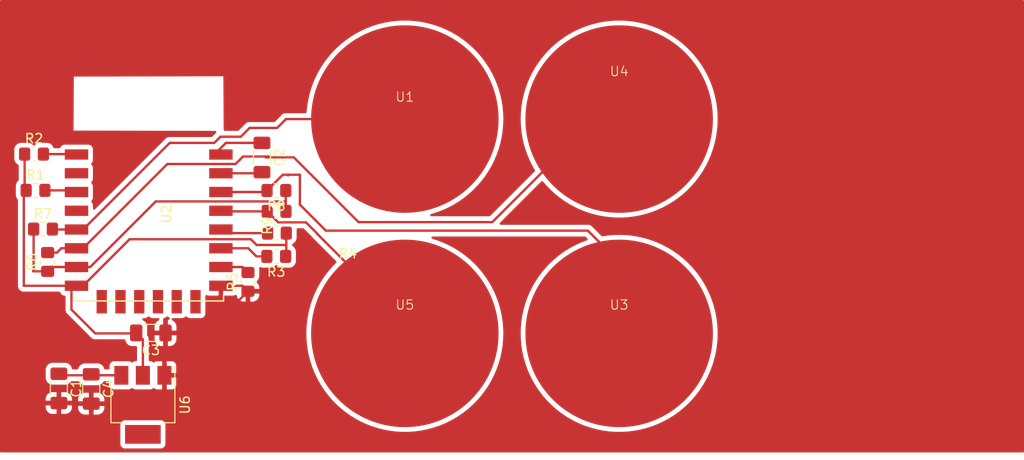
<source format=kicad_pcb>
(kicad_pcb (version 20221018) (generator pcbnew)
  (layers (0 "F.Cu" signal) (31 "B.Cu" signal) (34 "B.Paste" user) (35 "F.Paste" user) (36 "B.SilkS" user "B.Silkscreen") (37 "F.SilkS" user "F.Silkscreen") (38 "B.Mask" user) (39 "F.Mask" user) (44 "Edge.Cuts" user))
  (net 0 "")
  (net 1 "Net-(U2-CH_PD)")
  (net 10 "Net-(U2-TXD)")
  (net 11 "Net-(U2-RXD)")
  (net 12 "Net-(U2-REST)")
  (net 13 "Net-(U2-GPIO2)")
  (net 14 "Net-(U2-GPIO0)")
  (net 15 "Net-(U2-GPIO15)")
  (net 16 "Net-(U2-GPIO13)")
  (net 17 "Net-(U1-Sen)")
  (net 18 "Net-(U2-GPIO12)")
  (net 19 "Net-(U2-GPIO5)")
  (net 20 "Net-(U2-GPIO4)")
  (net 21 "GND")
  (net 22 "Net-(U6-VI)")
  (net 23 "+3.3V")
  (footprint "Capacitor_SMD:C_1206_3216Metric_Pad1.33x1.80mm_HandSolder" (layer "F.Cu") (at 128.197065 112.545846 -90)
    (fp_text reference "C1" (at 0 -1.85 90) (layer "F.SilkS"))
    (fp_text value "C")
    (fp_line (start -0.711252 -0.91) (end 0.711252 -0.91) (stroke (width 0.12)) (layer "F.SilkS"))
    (fp_line (start -0.711252 0.91) (end 0.711252 0.91) (stroke (width 0.12)) (layer "F.SilkS"))
    (pad "1" smd roundrect (at -1.5625 0 270) (size 1.325 1.8) (layers "F.Cu" "F.Paste" "F.Mask") (roundrect_rratio 0.188679) (net 22 "Net-(U6-VI)"))
    (pad "2" smd roundrect (at 1.5625 0 270) (size 1.325 1.8) (layers "F.Cu" "F.Paste" "F.Mask") (roundrect_rratio 0.188679) (net 21 "GND"))
  )
  (footprint "cap_sen:cap_sensor" (layer "F.Cu") (at 187.96 81.28)
    (fp_text reference "U4" (at 0 -2.54 unlocked) (layer "F.SilkS") (effects (font (thickness 0.1))))
    (fp_text value "~")
    (pad "0" smd circle (at 0 2.54) (size 20 20) (layers "F.Cu" "F.Paste" "F.Mask") (net 18 "Net-(U2-GPIO12)"))
  )
  (footprint "Capacitor_SMD:C_1206_3216Metric_Pad1.33x1.80mm_HandSolder" (layer "F.Cu") (at 131.651186 112.608072 -90)
    (fp_text reference "C4" (at 0 -1.85 90) (layer "F.SilkS"))
    (fp_text value "C")
    (fp_line (start -0.711252 -0.91) (end 0.711252 -0.91) (stroke (width 0.12)) (layer "F.SilkS"))
    (fp_line (start -0.711252 0.91) (end 0.711252 0.91) (stroke (width 0.12)) (layer "F.SilkS"))
    (pad "1" smd roundrect (at -1.5625 0 270) (size 1.325 1.8) (layers "F.Cu" "F.Paste" "F.Mask") (roundrect_rratio 0.188679) (net 22 "Net-(U6-VI)"))
    (pad "2" smd roundrect (at 1.5625 0 270) (size 1.325 1.8) (layers "F.Cu" "F.Paste" "F.Mask") (roundrect_rratio 0.188679) (net 21 "GND"))
  )
  (footprint "Capacitor_SMD:C_1206_3216Metric_Pad1.33x1.80mm_HandSolder" (layer "F.Cu") (at 138.012418 106.628443 180)
    (fp_text reference "C3" (at 0 -1.85) (layer "F.SilkS"))
    (fp_text value "C")
    (fp_line (start -0.711252 -0.91) (end 0.711252 -0.91) (stroke (width 0.12)) (layer "F.SilkS"))
    (fp_line (start -0.711252 0.91) (end 0.711252 0.91) (stroke (width 0.12)) (layer "F.SilkS"))
    (pad "1" smd roundrect (at -1.5625 0 180) (size 1.325 1.8) (layers "F.Cu" "F.Paste" "F.Mask") (roundrect_rratio 0.188679) (net 21 "GND"))
    (pad "2" smd roundrect (at 1.5625 0 180) (size 1.325 1.8) (layers "F.Cu" "F.Paste" "F.Mask") (roundrect_rratio 0.188679) (net 23 "+3.3V"))
  )
  (footprint "Capacitor_SMD:C_1206_3216Metric_Pad1.33x1.80mm_HandSolder" (layer "F.Cu") (at 149.86 87.9225 -90)
    (fp_text reference "C2" (at 0 -1.85 90) (layer "F.SilkS"))
    (fp_text value "C")
    (fp_line (start -0.711252 -0.91) (end 0.711252 -0.91) (stroke (width 0.12)) (layer "F.SilkS"))
    (fp_line (start -0.711252 0.91) (end 0.711252 0.91) (stroke (width 0.12)) (layer "F.SilkS"))
    (pad "1" smd roundrect (at -1.5625 0 270) (size 1.325 1.8) (layers "F.Cu" "F.Paste" "F.Mask") (roundrect_rratio 0.188679) (net 10 "Net-(U2-TXD)"))
    (pad "2" smd roundrect (at 1.5625 0 270) (size 1.325 1.8) (layers "F.Cu" "F.Paste" "F.Mask") (roundrect_rratio 0.188679) (net 11 "Net-(U2-RXD)"))
  )
  (footprint "Resistor_SMD:R_0805_2012Metric_Pad1.20x1.40mm_HandSolder" (layer "F.Cu") (at 127 99.06 90)
    (fp_text reference "R6" (at 0 -1.65 90) (layer "F.SilkS"))
    (fp_text value "R")
    (fp_line (start -0.227064 -0.735) (end 0.227064 -0.735) (stroke (width 0.12)) (layer "F.SilkS"))
    (fp_line (start -0.227064 0.735) (end 0.227064 0.735) (stroke (width 0.12)) (layer "F.SilkS"))
    (pad "1" smd roundrect (at -1 0 90) (size 1.2 1.4) (layers "F.Cu" "F.Paste" "F.Mask") (roundrect_rratio 0.208333) (net 16 "Net-(U2-GPIO13)"))
    (pad "2" smd roundrect (at 1 0 90) (size 1.2 1.4) (layers "F.Cu" "F.Paste" "F.Mask") (roundrect_rratio 0.208333) (net 18 "Net-(U2-GPIO12)"))
  )
  (footprint "Package_TO_SOT_SMD:SOT-223-3_TabPin2" (layer "F.Cu") (at 137.16 114.3 -90)
    (fp_text reference "U6" (at 0 -4.5 90) (layer "F.SilkS"))
    (fp_text value "LM1117MP-3.3")
    (fp_line (start -4.1 -3.41) (end 1.91 -3.41) (stroke (width 0.12)) (layer "F.SilkS"))
    (fp_line (start -1.85 3.41) (end 1.91 3.41) (stroke (width 0.12)) (layer "F.SilkS"))
    (fp_line (start 1.91 -3.41) (end 1.91 -2.15) (stroke (width 0.12)) (layer "F.SilkS"))
    (fp_line (start 1.91 3.41) (end 1.91 2.15) (stroke (width 0.12)) (layer "F.SilkS"))
    (pad "1" smd rect (at -3.15 -2.3 270) (size 2 1.5) (layers "F.Cu" "F.Paste" "F.Mask") (net 21 "GND"))
    (pad "2" smd rect (at -3.15 0 270) (size 2 1.5) (layers "F.Cu" "F.Paste" "F.Mask") (net 23 "+3.3V"))
    (pad "2" smd rect (at 3.15 0 270) (size 2 3.8) (layers "F.Cu" "F.Paste" "F.Mask") (net 23 "+3.3V"))
    (pad "3" smd rect (at -3.15 2.3 270) (size 2 1.5) (layers "F.Cu" "F.Paste" "F.Mask") (net 22 "Net-(U6-VI)"))
  )
  (footprint "Resistor_SMD:R_0805_2012Metric_Pad1.20x1.40mm_HandSolder" (layer "F.Cu") (at 151.42175 93.665956 180)
    (fp_text reference "R9" (at 1.001316 -1.512717 90) (layer "F.SilkS"))
    (fp_text value "R")
    (fp_line (start -0.227064 -0.735) (end 0.227064 -0.735) (stroke (width 0.12)) (layer "F.SilkS"))
    (fp_line (start -0.227064 0.735) (end 0.227064 0.735) (stroke (width 0.12)) (layer "F.SilkS"))
    (pad "1" smd roundrect (at -1 0 180) (size 1.2 1.4) (layers "F.Cu" "F.Paste" "F.Mask") (roundrect_rratio 0.208333) (net 16 "Net-(U2-GPIO13)"))
    (pad "2" smd roundrect (at 1 0 180) (size 1.2 1.4) (layers "F.Cu" "F.Paste" "F.Mask") (roundrect_rratio 0.208333) (net 20 "Net-(U2-GPIO4)"))
  )
  (footprint "Resistor_SMD:R_0805_2012Metric_Pad1.20x1.40mm_HandSolder" (layer "F.Cu") (at 125.708436 91.425624)
    (fp_text reference "R1" (at 0 -1.65) (layer "F.SilkS"))
    (fp_text value "R")
    (fp_line (start -0.227064 -0.735) (end 0.227064 -0.735) (stroke (width 0.12)) (layer "F.SilkS"))
    (fp_line (start -0.227064 0.735) (end 0.227064 0.735) (stroke (width 0.12)) (layer "F.SilkS"))
    (pad "1" smd roundrect (at -1 0) (size 1.2 1.4) (layers "F.Cu" "F.Paste" "F.Mask") (roundrect_rratio 0.208333) (net 23 "+3.3V"))
    (pad "2" smd roundrect (at 1 0) (size 1.2 1.4) (layers "F.Cu" "F.Paste" "F.Mask") (roundrect_rratio 0.208333) (net 1 "Net-(U2-CH_PD)"))
  )
  (footprint "cap_sen:cap_sensor" (layer "F.Cu") (at 165.1 81.28)
    (fp_text reference "U1" (at 0 0.18 unlocked) (layer "F.SilkS") (effects (font (thickness 0.1))))
    (fp_text value "~")
    (pad "0" smd circle (at 0 2.54) (size 20 20) (layers "F.Cu" "F.Paste" "F.Mask") (net 17 "Net-(U1-Sen)"))
  )
  (footprint "Resistor_SMD:R_0805_2012Metric_Pad1.20x1.40mm_HandSolder" (layer "F.Cu") (at 151.456399 95.987009 180)
    (fp_text reference "R4" (at -7.563601 -2.182991) (layer "F.SilkS"))
    (fp_text value "R")
    (fp_line (start -0.227064 -0.735) (end 0.227064 -0.735) (stroke (width 0.12)) (layer "F.SilkS"))
    (fp_line (start -0.227064 0.735) (end 0.227064 0.735) (stroke (width 0.12)) (layer "F.SilkS"))
    (pad "1" smd roundrect (at -1 0 180) (size 1.2 1.4) (layers "F.Cu" "F.Paste" "F.Mask") (roundrect_rratio 0.208333) (net 23 "+3.3V"))
    (pad "2" smd roundrect (at 1 0 180) (size 1.2 1.4) (layers "F.Cu" "F.Paste" "F.Mask") (roundrect_rratio 0.208333) (net 14 "Net-(U2-GPIO0)"))
  )
  (footprint "Resistor_SMD:R_0805_2012Metric_Pad1.20x1.40mm_HandSolder" (layer "F.Cu") (at 148.369398 101.183484 90)
    (fp_text reference "R5" (at 0 -1.65 90) (layer "F.SilkS"))
    (fp_text value "R")
    (fp_line (start -0.227064 -0.735) (end 0.227064 -0.735) (stroke (width 0.12)) (layer "F.SilkS"))
    (fp_line (start -0.227064 0.735) (end 0.227064 0.735) (stroke (width 0.12)) (layer "F.SilkS"))
    (pad "1" smd roundrect (at -1 0 90) (size 1.2 1.4) (layers "F.Cu" "F.Paste" "F.Mask") (roundrect_rratio 0.208333) (net 21 "GND"))
    (pad "2" smd roundrect (at 1 0 90) (size 1.2 1.4) (layers "F.Cu" "F.Paste" "F.Mask") (roundrect_rratio 0.208333) (net 15 "Net-(U2-GPIO15)"))
  )
  (footprint "Resistor_SMD:R_0805_2012Metric_Pad1.20x1.40mm_HandSolder" (layer "F.Cu") (at 126.505707 95.553894)
    (fp_text reference "R7" (at 0 -1.65) (layer "F.SilkS"))
    (fp_text value "R")
    (fp_line (start -0.227064 -0.735) (end 0.227064 -0.735) (stroke (width 0.12)) (layer "F.SilkS"))
    (fp_line (start -0.227064 0.735) (end 0.227064 0.735) (stroke (width 0.12)) (layer "F.SilkS"))
    (pad "1" smd roundrect (at -1 0) (size 1.2 1.4) (layers "F.Cu" "F.Paste" "F.Mask") (roundrect_rratio 0.208333) (net 16 "Net-(U2-GPIO13)"))
    (pad "2" smd roundrect (at 1 0) (size 1.2 1.4) (layers "F.Cu" "F.Paste" "F.Mask") (roundrect_rratio 0.208333) (net 17 "Net-(U1-Sen)"))
  )
  (footprint "Resistor_SMD:R_0805_2012Metric_Pad1.20x1.40mm_HandSolder" (layer "F.Cu") (at 151.4 91.44 180)
    (fp_text reference "R8" (at 0 -1.65) (layer "F.SilkS"))
    (fp_text value "R" hide)
    (fp_line (start -0.227064 -0.735) (end 0.227064 -0.735) (stroke (width 0.12)) (layer "F.SilkS"))
    (fp_line (start -0.227064 0.735) (end 0.227064 0.735) (stroke (width 0.12)) (layer "F.SilkS"))
    (pad "1" smd roundrect (at -1 0 180) (size 1.2 1.4) (layers "F.Cu" "F.Paste" "F.Mask") (roundrect_rratio 0.208333) (net 16 "Net-(U2-GPIO13)"))
    (pad "2" smd roundrect (at 1 0 180) (size 1.2 1.4) (layers "F.Cu" "F.Paste" "F.Mask") (roundrect_rratio 0.208333) (net 19 "Net-(U2-GPIO5)"))
  )
  (footprint "Resistor_SMD:R_0805_2012Metric_Pad1.20x1.40mm_HandSolder" (layer "F.Cu") (at 125.547731 87.557569)
    (fp_text reference "R2" (at 0 -1.65) (layer "F.SilkS"))
    (fp_text value "R")
    (fp_line (start -0.227064 -0.735) (end 0.227064 -0.735) (stroke (width 0.12)) (layer "F.SilkS"))
    (fp_line (start -0.227064 0.735) (end 0.227064 0.735) (stroke (width 0.12)) (layer "F.SilkS"))
    (pad "1" smd roundrect (at -1 0) (size 1.2 1.4) (layers "F.Cu" "F.Paste" "F.Mask") (roundrect_rratio 0.208333) (net 23 "+3.3V"))
    (pad "2" smd roundrect (at 1 0) (size 1.2 1.4) (layers "F.Cu" "F.Paste" "F.Mask") (roundrect_rratio 0.208333) (net 12 "Net-(U2-REST)"))
  )
  (footprint "ESP8266:ESP-12E_SMD" (layer "F.Cu") (at 130.78 87.6)
    (fp_text reference "U2" (at 8.89 6.35 90) (layer "F.SilkS"))
    (fp_text value "ESP-12E" hide)
    (fp_line (start -1.016 14.859) (end -1.016 15.621) (stroke (width 0.1524)) (layer "F.SilkS"))
    (fp_line (start -1.016 15.621) (end 14.986 15.621) (stroke (width 0.1524)) (layer "F.SilkS"))
    (fp_line (start 14.986 15.621) (end 14.986 14.859) (stroke (width 0.1524)) (layer "F.SilkS"))
    (pad "1" smd rect (at 0 0) (size 2.5 1.1) (drill (offset -0.7 0)) (layers "F.Cu" "F.Paste" "F.Mask") (net 12 "Net-(U2-REST)"))
    (pad "2" smd rect (at 0 2) (size 2.5 1.1) (drill (offset -0.7 0)) (layers "F.Cu" "F.Paste" "F.Mask"))
    (pad "3" smd rect (at 0 4) (size 2.5 1.1) (drill (offset -0.7 0)) (layers "F.Cu" "F.Paste" "F.Mask") (net 1 "Net-(U2-CH_PD)"))
    (pad "4" smd rect (at 0 6) (size 2.5 1.1) (drill (offset -0.7 0)) (layers "F.Cu" "F.Paste" "F.Mask"))
    (pad "5" smd rect (at 0 8) (size 2.5 1.1) (drill (offset -0.7 0)) (layers "F.Cu" "F.Paste" "F.Mask") (net 17 "Net-(U1-Sen)"))
    (pad "6" smd rect (at 0 10) (size 2.5 1.1) (drill (offset -0.7 0)) (layers "F.Cu" "F.Paste" "F.Mask") (net 18 "Net-(U2-GPIO12)"))
    (pad "7" smd rect (at 0 12) (size 2.5 1.1) (drill (offset -0.7 0)) (layers "F.Cu" "F.Paste" "F.Mask") (net 16 "Net-(U2-GPIO13)"))
    (pad "8" smd rect (at 0 14) (size 2.5 1.1) (drill (offset -0.7 0)) (layers "F.Cu" "F.Paste" "F.Mask") (net 23 "+3.3V"))
    (pad "9" smd rect (at 14 14) (size 2.5 1.1) (drill (offset 0.7 0)) (layers "F.Cu" "F.Paste" "F.Mask") (net 21 "GND"))
    (pad "10" smd rect (at 14 12) (size 2.5 1.1) (drill (offset 0.7 0)) (layers "F.Cu" "F.Paste" "F.Mask") (net 15 "Net-(U2-GPIO15)"))
    (pad "11" smd rect (at 14 10) (size 2.5 1.1) (drill (offset 0.7 0)) (layers "F.Cu" "F.Paste" "F.Mask") (net 13 "Net-(U2-GPIO2)"))
    (pad "12" smd rect (at 14 8) (size 2.5 1.1) (drill (offset 0.7 0)) (layers "F.Cu" "F.Paste" "F.Mask") (net 14 "Net-(U2-GPIO0)"))
    (pad "13" smd rect (at 14 6) (size 2.5 1.1) (drill (offset 0.7 0)) (layers "F.Cu" "F.Paste" "F.Mask") (net 20 "Net-(U2-GPIO4)"))
    (pad "14" smd rect (at 14 4) (size 2.5 1.1) (drill (offset 0.7 0)) (layers "F.Cu" "F.Paste" "F.Mask") (net 19 "Net-(U2-GPIO5)"))
    (pad "15" smd rect (at 14 2) (size 2.5 1.1) (drill (offset 0.7 0)) (layers "F.Cu" "F.Paste" "F.Mask") (net 11 "Net-(U2-RXD)"))
    (pad "16" smd rect (at 14 0) (size 2.5 1.1) (drill (offset 0.7 0)) (layers "F.Cu" "F.Paste" "F.Mask") (net 10 "Net-(U2-TXD)"))
    (pad "17" smd rect (at 1.99 15 90) (size 2.5 1.1) (drill (offset -0.7 0)) (layers "F.Cu" "F.Paste" "F.Mask"))
    (pad "18" smd rect (at 3.99 15 90) (size 2.5 1.1) (drill (offset -0.7 0)) (layers "F.Cu" "F.Paste" "F.Mask"))
    (pad "19" smd rect (at 5.99 15 90) (size 2.5 1.1) (drill (offset -0.7 0)) (layers "F.Cu" "F.Paste" "F.Mask"))
    (pad "20" smd rect (at 7.99 15 90) (size 2.5 1.1) (drill (offset -0.7 0)) (layers "F.Cu" "F.Paste" "F.Mask"))
    (pad "21" smd rect (at 9.99 15 90) (size 2.5 1.1) (drill (offset -0.7 0)) (layers "F.Cu" "F.Paste" "F.Mask"))
    (pad "22" smd rect (at 11.99 15 90) (size 2.5 1.1) (drill (offset -0.7 0)) (layers "F.Cu" "F.Paste" "F.Mask"))
  )
  (footprint "cap_sen:cap_sensor" (layer "F.Cu") (at 187.96 104.14)
    (fp_text reference "U3" (at 0 -0.5 unlocked) (layer "F.SilkS") (effects (font (thickness 0.1))))
    (fp_text value "~")
    (pad "0" smd circle (at 0 2.54) (size 20 20) (layers "F.Cu" "F.Paste" "F.Mask") (net 19 "Net-(U2-GPIO5)"))
  )
  (footprint "cap_sen:cap_sensor" (layer "F.Cu") (at 165.1 104.14)
    (fp_text reference "U5" (at 0 -0.5 unlocked) (layer "F.SilkS") (effects (font (thickness 0.1))))
    (fp_text value "~")
    (pad "0" smd circle (at 0 2.54) (size 20 20) (layers "F.Cu" "F.Paste" "F.Mask") (net 20 "Net-(U2-GPIO4)"))
  )
  (footprint "Resistor_SMD:R_0805_2012Metric_Pad1.20x1.40mm_HandSolder" (layer "F.Cu") (at 151.383417 98.468403 180)
    (fp_text reference "R3" (at 0 -1.65) (layer "F.SilkS"))
    (fp_text value "R")
    (fp_line (start -0.227064 -0.735) (end 0.227064 -0.735) (stroke (width 0.12)) (layer "F.SilkS"))
    (fp_line (start -0.227064 0.735) (end 0.227064 0.735) (stroke (width 0.12)) (layer "F.SilkS"))
    (pad "1" smd roundrect (at -1 0 180) (size 1.2 1.4) (layers "F.Cu" "F.Paste" "F.Mask") (roundrect_rratio 0.208333) (net 23 "+3.3V"))
    (pad "2" smd roundrect (at 1 0 180) (size 1.2 1.4) (layers "F.Cu" "F.Paste" "F.Mask") (roundrect_rratio 0.208333) (net 13 "Net-(U2-GPIO2)"))
  )
  (segment (start 130.605624 91.425624) (end 130.78 91.6) (width 0.25) (layer "F.Cu") (net 1))
  (segment (start 126.708436 91.425624) (end 130.605624 91.425624) (width 0.25) (layer "F.Cu") (net 1))
  (segment (start 144.78 87.6) (end 146.02 86.36) (width 0.25) (layer "F.Cu") (net 10))
  (segment (start 146.02 86.36) (end 149.86 86.36) (width 0.25) (layer "F.Cu") (net 10))
  (segment (start 149.86 89.485) (end 149.745 89.6) (width 0.25) (layer "F.Cu") (net 11))
  (segment (start 149.745 89.6) (end 144.78 89.6) (width 0.25) (layer "F.Cu") (net 11))
  (segment (start 130.737569 87.557569) (end 130.78 87.6) (width 0.25) (layer "F.Cu") (net 12))
  (segment (start 126.547731 87.557569) (end 130.737569 87.557569) (width 0.25) (layer "F.Cu") (net 12))
  (segment (start 148.4 97.6) (end 144.78 97.6) (width 0.25) (layer "F.Cu") (net 13))
  (segment (start 150.383417 98.468403) (end 149.268403 98.468403) (width 0.25) (layer "F.Cu") (net 13))
  (segment (start 149.268403 98.468403) (end 148.4 97.6) (width 0.25) (layer "F.Cu") (net 13))
  (segment (start 150.456399 95.987009) (end 145.167009 95.987009) (width 0.25) (layer "F.Cu") (net 14))
  (segment (start 145.167009 95.987009) (end 144.78 95.6) (width 0.25) (layer "F.Cu") (net 14))
  (segment (start 147.785914 99.6) (end 144.78 99.6) (width 0.25) (layer "F.Cu") (net 15))
  (segment (start 148.369398 100.183484) (end 147.785914 99.6) (width 0.25) (layer "F.Cu") (net 15))
  (segment (start 152.4 93.98) (end 152.4 92.605329) (width 0.25) (layer "F.Cu") (net 16))
  (segment (start 152.4 92.605329) (end 152.4 91.44) (width 0.25) (layer "F.Cu") (net 16))
  (segment (start 125.46 100.06) (end 127 100.06) (width 0.25) (layer "F.Cu") (net 16))
  (segment (start 138.534671 92.605329) (end 152.4 92.605329) (width 0.25) (layer "F.Cu") (net 16))
  (segment (start 130.78 99.6) (end 131.54 99.6) (width 0.25) (layer "F.Cu") (net 16))
  (segment (start 131.54 99.6) (end 138.534671 92.605329) (width 0.25) (layer "F.Cu") (net 16))
  (segment (start 127.46 99.6) (end 130.78 99.6) (width 0.25) (layer "F.Cu") (net 16))
  (segment (start 127 100.06) (end 127.46 99.6) (width 0.25) (layer "F.Cu") (net 16))
  (segment (start 125.505707 100.014293) (end 125.505707 95.553894) (width 0.25) (layer "F.Cu") (net 16))
  (segment (start 125.46 100.06) (end 125.505707 100.014293) (width 0.25) (layer "F.Cu") (net 16))
  (segment (start 147.606524 85.702736) (end 145.437264 85.702736) (width 0.25) (layer "F.Cu") (net 17))
  (segment (start 151.479685 84.763788) (end 148.545472 84.763788) (width 0.25) (layer "F.Cu") (net 17))
  (segment (start 127.505707 95.553894) (end 127.551813 95.6) (width 0.25) (layer "F.Cu") (net 17))
  (segment (start 145.437264 85.702736) (end 144.78 86.36) (width 0.25) (layer "F.Cu") (net 17))
  (segment (start 130.78 95.6) (end 130.7 95.52) (width 0.25) (layer "F.Cu") (net 17))
  (segment (start 151.479685 84.763788) (end 152.423473 83.82) (width 0.25) (layer "F.Cu") (net 17))
  (segment (start 144.78 86.36) (end 140.02 86.36) (width 0.25) (layer "F.Cu") (net 17))
  (segment (start 148.545472 84.763788) (end 147.606524 85.702736) (width 0.25) (layer "F.Cu") (net 17))
  (segment (start 152.4 83.82) (end 160.02 83.82) (width 0.25) (layer "F.Cu") (net 17))
  (segment (start 127.551813 95.6) (end 130.78 95.6) (width 0.25) (layer "F.Cu") (net 17))
  (segment (start 140.02 86.36) (end 130.78 95.6) (width 0.25) (layer "F.Cu") (net 17))
  (segment (start 160.164558 94.813196) (end 174.426804 94.813196) (width 0.25) (layer "F.Cu") (net 18))
  (segment (start 128 98.06) (end 127 98.06) (width 0.25) (layer "F.Cu") (net 18))
  (segment (start 150.17401 87.815369) (end 150.529521 87.815369) (width 0.25) (layer "F.Cu") (net 18))
  (segment (start 187.96 81.28) (end 187.96 76.2) (width 0.25) (layer "F.Cu") (net 18))
  (segment (start 139.766525 88.613475) (end 147.043155 88.613475) (width 0.25) (layer "F.Cu") (net 18))
  (segment (start 150.529521 87.815369) (end 150.554396 87.790494) (width 0.25) (layer "F.Cu") (net 18))
  (segment (start 147.841261 87.815369) (end 150.17401 87.815369) (width 0.25) (layer "F.Cu") (net 18))
  (segment (start 130.78 97.6) (end 128.46 97.6) (width 0.25) (layer "F.Cu") (net 18))
  (segment (start 128.46 97.6) (end 128 98.06) (width 0.25) (layer "F.Cu") (net 18))
  (segment (start 153.257236 87.905874) (end 160.164558 94.813196) (width 0.25) (layer "F.Cu") (net 18))
  (segment (start 147.043155 88.613475) (end 147.841261 87.815369) (width 0.25) (layer "F.Cu") (net 18))
  (segment (start 174.426804 94.813196) (end 187.96 81.28) (width 0.25) (layer "F.Cu") (net 18))
  (segment (start 150.17401 87.815369) (end 150.264515 87.905874) (width 0.25) (layer "F.Cu") (net 18))
  (segment (start 130.78 97.6) (end 139.766525 88.613475) (width 0.25) (layer "F.Cu") (net 18))
  (segment (start 150.264515 87.905874) (end 153.257236 87.905874) (width 0.25) (layer "F.Cu") (net 18))
  (segment (start 153.905545 92.945545) (end 153.905545 89.758296) (width 0.25) (layer "F.Cu") (net 19))
  (segment (start 184.621258 95.721258) (end 156.681258 95.721258) (width 0.25) (layer "F.Cu") (net 19))
  (segment (start 144.78 91.6) (end 150.24 91.6) (width 0.25) (layer "F.Cu") (net 19))
  (segment (start 150.24 91.6) (end 150.4 91.44) (width 0.25) (layer "F.Cu") (net 19))
  (segment (start 152.645 89.758296) (end 152.645 89.828076) (width 0.25) (layer "F.Cu") (net 19))
  (segment (start 153.905545 89.758296) (end 152.081704 89.758296) (width 0.25) (layer "F.Cu") (net 19))
  (segment (start 156.681258 95.721258) (end 153.905545 92.945545) (width 0.25) (layer "F.Cu") (net 19))
  (segment (start 187.96 99.06) (end 184.621258 95.721258) (width 0.25) (layer "F.Cu") (net 19))
  (segment (start 152.081704 89.758296) (end 150.4 91.44) (width 0.25) (layer "F.Cu") (net 19))
  (segment (start 150.42175 93.665956) (end 144.845956 93.665956) (width 0.25) (layer "F.Cu") (net 20))
  (segment (start 151.59409 94.838296) (end 150.42175 93.665956) (width 0.25) (layer "F.Cu") (net 20))
  (segment (start 155.746746 96.029831) (end 154.555211 94.838296) (width 0.25) (layer "F.Cu") (net 20))
  (segment (start 165.1 105.41) (end 155.746746 96.056746) (width 0.25) (layer "F.Cu") (net 20))
  (segment (start 154.555211 94.838296) (end 151.59409 94.838296) (width 0.25) (layer "F.Cu") (net 20))
  (segment (start 144.845956 93.665956) (end 144.78 93.6) (width 0.25) (layer "F.Cu") (net 20))
  (segment (start 155.746746 96.056746) (end 155.746746 96.029831) (width 0.25) (layer "F.Cu") (net 20))
  (segment (start 165.1 106.68) (end 165.1 105.41) (width 0.25) (layer "F.Cu") (net 20))
  (segment (start 143.872882 106.68) (end 148.369398 102.183484) (width 0.25) (layer "F.Cu") (net 21))
  (segment (start 139.46 106.743361) (end 139.46 111.15) (width 0.25) (layer "F.Cu") (net 21))
  (segment (start 128.259291 114.170572) (end 128.197065 114.108346) (width 0.25) (layer "F.Cu") (net 21))
  (segment (start 144.78 101.6) (end 147.785914 101.6) (width 0.25) (layer "F.Cu") (net 21))
  (segment (start 131.780614 114.3) (end 131.651186 114.170572) (width 0.25) (layer "F.Cu") (net 21))
  (segment (start 139.574918 106.628443) (end 139.46 106.743361) (width 0.25) (layer "F.Cu") (net 21))
  (segment (start 147.785914 101.6) (end 148.369398 102.183484) (width 0.25) (layer "F.Cu") (net 21))
  (segment (start 139.46 111.15) (end 139.46 114.06) (width 0.25) (layer "F.Cu") (net 21))
  (segment (start 139.7 106.68) (end 143.872882 106.68) (width 0.25) (layer "F.Cu") (net 21))
  (segment (start 131.651186 114.170572) (end 128.259291 114.170572) (width 0.25) (layer "F.Cu") (net 21))
  (segment (start 139.7 114.3) (end 131.780614 114.3) (width 0.25) (layer "F.Cu") (net 21))
  (segment (start 139.7 106.68) (end 139.493906 106.886094) (width 0.25) (layer "F.Cu") (net 21))
  (segment (start 139.46 114.06) (end 139.7 114.3) (width 0.25) (layer "F.Cu") (net 21))
  (segment (start 134.86 111.15) (end 131.755614 111.15) (width 0.25) (layer "F.Cu") (net 22))
  (segment (start 128.363719 111.15) (end 128.197065 110.983346) (width 0.25) (layer "F.Cu") (net 22))
  (segment (start 131.755614 111.15) (end 131.651186 111.045572) (width 0.25) (layer "F.Cu") (net 22))
  (segment (start 134.86 111.15) (end 128.363719 111.15) (width 0.25) (layer "F.Cu") (net 22))
  (segment (start 152.421509 97.247708) (end 152.456399 97.282598) (width 0.25) (layer "F.Cu") (net 23))
  (segment (start 137.16 107.338525) (end 137.16 111.15) (width 0.25) (layer "F.Cu") (net 23))
  (segment (start 149.288799 97.247708) (end 152.421509 97.247708) (width 0.25) (layer "F.Cu") (net 23))
  (segment (start 129.54 104.14) (end 129.54 101.6) (width 0.25) (layer "F.Cu") (net 23))
  (segment (start 136.523443 106.628443) (end 136.575 106.68) (width 0.25) (layer "F.Cu") (net 23))
  (segment (start 136.449918 106.628443) (end 136.523443 106.628443) (width 0.25) (layer "F.Cu") (net 23))
  (segment (start 136.368906 106.886094) (end 136.575 106.68) (width 0.25) (layer "F.Cu") (net 23))
  (segment (start 152.456399 98.395421) (end 152.383417 98.468403) (width 0.25) (layer "F.Cu") (net 23))
  (segment (start 132.08 106.68) (end 129.54 104.14) (width 0.25) (layer "F.Cu") (net 23))
  (segment (start 136.449918 106.628443) (end 137.16 107.338525) (width 0.25) (layer "F.Cu") (net 23))
  (segment (start 129.54 101.6) (end 124.46 101.6) (width 0.25) (layer "F.Cu") (net 23))
  (segment (start 152.456399 95.987009) (end 152.456399 97.282598) (width 0.25) (layer "F.Cu") (net 23))
  (segment (start 124.547731 91.264919) (end 124.708436 91.425624) (width 0.25) (layer "F.Cu") (net 23))
  (segment (start 130.78 101.6) (end 135.74388 96.63612) (width 0.25) (layer "F.Cu") (net 23))
  (segment (start 136.575 106.68) (end 132.08 106.68) (width 0.25) (layer "F.Cu") (net 23))
  (segment (start 152.456399 97.282598) (end 152.456399 98.395421) (width 0.25) (layer "F.Cu") (net 23))
  (segment (start 135.74388 96.63612) (end 148.677211 96.63612) (width 0.25) (layer "F.Cu") (net 23))
  (segment (start 124.547731 87.557569) (end 124.547731 91.264919) (width 0.25) (layer "F.Cu") (net 23))
  (segment (start 148.677211 96.63612) (end 149.288799 97.247708) (width 0.25) (layer "F.Cu") (net 23))
  (segment (start 124.46 101.6) (end 124.46 91.44) (width 0.25) (layer "F.Cu") (net 23))
  (zone (net 21) (net_name "GND") (layer "F.Cu") (connect_pads (clearance 0.5)) (min_thickness 0.25) (fill yes (thermal_gap 0.5) (thermal_bridge_width 0.5))
    (polygon (pts (xy 121.92 71.12) (xy 231.14 71.12) (xy 231.14 119.38) (xy 121.92 119.38)))
  )
  (zone (net 0) (net_name "") (layer "F.Cu") (name "Antenna") (connect_pads (clearance 0)) (min_thickness 0.25)
    (keepout (tracks not_allowed) (vias not_allowed) (pads not_allowed) (copperpour not_allowed) (footprints allowed))
    (fill (thermal_gap 0.5) (thermal_bridge_width 0.5))
    (polygon (pts (xy 129.798186 79.256373) (xy 129.763296 85.048131) (xy 145.777857 85.083021) (xy 145.742967 79.256373) (xy 129.833076 79.291263)))
  )
)
</source>
